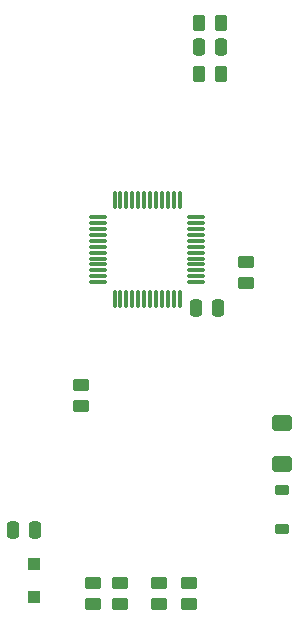
<source format=gbr>
%TF.GenerationSoftware,KiCad,Pcbnew,8.0.1*%
%TF.CreationDate,2024-04-26T00:23:44+02:00*%
%TF.ProjectId,controller_lpc1115_2MU_v1.04,636f6e74-726f-46c6-9c65-725f6c706331,rev?*%
%TF.SameCoordinates,Original*%
%TF.FileFunction,Paste,Bot*%
%TF.FilePolarity,Positive*%
%FSLAX46Y46*%
G04 Gerber Fmt 4.6, Leading zero omitted, Abs format (unit mm)*
G04 Created by KiCad (PCBNEW 8.0.1) date 2024-04-26 00:23:44*
%MOMM*%
%LPD*%
G01*
G04 APERTURE LIST*
G04 Aperture macros list*
%AMRoundRect*
0 Rectangle with rounded corners*
0 $1 Rounding radius*
0 $2 $3 $4 $5 $6 $7 $8 $9 X,Y pos of 4 corners*
0 Add a 4 corners polygon primitive as box body*
4,1,4,$2,$3,$4,$5,$6,$7,$8,$9,$2,$3,0*
0 Add four circle primitives for the rounded corners*
1,1,$1+$1,$2,$3*
1,1,$1+$1,$4,$5*
1,1,$1+$1,$6,$7*
1,1,$1+$1,$8,$9*
0 Add four rect primitives between the rounded corners*
20,1,$1+$1,$2,$3,$4,$5,0*
20,1,$1+$1,$4,$5,$6,$7,0*
20,1,$1+$1,$6,$7,$8,$9,0*
20,1,$1+$1,$8,$9,$2,$3,0*%
G04 Aperture macros list end*
%ADD10RoundRect,0.250000X0.450000X-0.262500X0.450000X0.262500X-0.450000X0.262500X-0.450000X-0.262500X0*%
%ADD11RoundRect,0.250000X-0.250000X-0.475000X0.250000X-0.475000X0.250000X0.475000X-0.250000X0.475000X0*%
%ADD12RoundRect,0.250000X-0.450000X0.262500X-0.450000X-0.262500X0.450000X-0.262500X0.450000X0.262500X0*%
%ADD13RoundRect,0.250000X0.600000X-0.400000X0.600000X0.400000X-0.600000X0.400000X-0.600000X-0.400000X0*%
%ADD14RoundRect,0.250000X-0.262500X-0.450000X0.262500X-0.450000X0.262500X0.450000X-0.262500X0.450000X0*%
%ADD15RoundRect,0.075000X0.662500X0.075000X-0.662500X0.075000X-0.662500X-0.075000X0.662500X-0.075000X0*%
%ADD16RoundRect,0.075000X0.075000X0.662500X-0.075000X0.662500X-0.075000X-0.662500X0.075000X-0.662500X0*%
%ADD17RoundRect,0.225000X-0.375000X0.225000X-0.375000X-0.225000X0.375000X-0.225000X0.375000X0.225000X0*%
%ADD18RoundRect,0.250000X0.300000X-0.300000X0.300000X0.300000X-0.300000X0.300000X-0.300000X-0.300000X0*%
G04 APERTURE END LIST*
D10*
%TO.C,R20*%
X146558000Y-132230500D03*
X146558000Y-130405500D03*
%TD*%
D11*
%TO.C,C4*%
X149672000Y-107188000D03*
X151572000Y-107188000D03*
%TD*%
D12*
%TO.C,R19*%
X149098000Y-130405500D03*
X149098000Y-132230500D03*
%TD*%
D13*
%TO.C,D10*%
X156972000Y-120368000D03*
X156972000Y-116868000D03*
%TD*%
D11*
%TO.C,C15*%
X134178000Y-125984000D03*
X136078000Y-125984000D03*
%TD*%
D10*
%TO.C,R14*%
X139954000Y-115466500D03*
X139954000Y-113641500D03*
%TD*%
%TO.C,R2*%
X140970000Y-132230500D03*
X140970000Y-130405500D03*
%TD*%
D12*
%TO.C,R15*%
X153924000Y-103227500D03*
X153924000Y-105052500D03*
%TD*%
D14*
%TO.C,R18*%
X149963500Y-83058000D03*
X151788500Y-83058000D03*
%TD*%
D12*
%TO.C,R1*%
X143256000Y-130405500D03*
X143256000Y-132230500D03*
%TD*%
D15*
%TO.C,IC1*%
X149684550Y-99474050D03*
X149684550Y-99974050D03*
X149684550Y-100474050D03*
X149684550Y-100974050D03*
X149684550Y-101474050D03*
X149684550Y-101974050D03*
X149684550Y-102474050D03*
X149684550Y-102974050D03*
X149684550Y-103474050D03*
X149684550Y-103974050D03*
X149684550Y-104474050D03*
X149684550Y-104974050D03*
D16*
X148272050Y-106386550D03*
X147772050Y-106386550D03*
X147272050Y-106386550D03*
X146772050Y-106386550D03*
X146272050Y-106386550D03*
X145772050Y-106386550D03*
X145272050Y-106386550D03*
X144772050Y-106386550D03*
X144272050Y-106386550D03*
X143772050Y-106386550D03*
X143272050Y-106386550D03*
X142772050Y-106386550D03*
D15*
X141359550Y-104974050D03*
X141359550Y-104474050D03*
X141359550Y-103974050D03*
X141359550Y-103474050D03*
X141359550Y-102974050D03*
X141359550Y-102474050D03*
X141359550Y-101974050D03*
X141359550Y-101474050D03*
X141359550Y-100974050D03*
X141359550Y-100474050D03*
X141359550Y-99974050D03*
X141359550Y-99474050D03*
D16*
X142772050Y-98061550D03*
X143272050Y-98061550D03*
X143772050Y-98061550D03*
X144272050Y-98061550D03*
X144772050Y-98061550D03*
X145272050Y-98061550D03*
X145772050Y-98061550D03*
X146272050Y-98061550D03*
X146772050Y-98061550D03*
X147272050Y-98061550D03*
X147772050Y-98061550D03*
X148272050Y-98061550D03*
%TD*%
D17*
%TO.C,D6*%
X156972000Y-122556000D03*
X156972000Y-125856000D03*
%TD*%
D18*
%TO.C,D5*%
X135991600Y-131651200D03*
X135991600Y-128851200D03*
%TD*%
D11*
%TO.C,C10*%
X149926000Y-85090000D03*
X151826000Y-85090000D03*
%TD*%
D14*
%TO.C,R5*%
X149963500Y-87376000D03*
X151788500Y-87376000D03*
%TD*%
M02*

</source>
